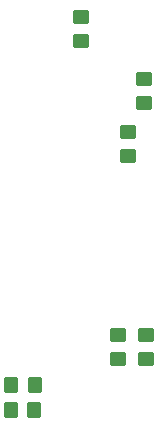
<source format=gbr>
%TF.GenerationSoftware,KiCad,Pcbnew,(6.0.2)*%
%TF.CreationDate,2024-04-09T06:49:27+01:00*%
%TF.ProjectId,amigaps2 revision1.7,616d6967-6170-4733-9220-726576697369,rev?*%
%TF.SameCoordinates,Original*%
%TF.FileFunction,Paste,Top*%
%TF.FilePolarity,Positive*%
%FSLAX46Y46*%
G04 Gerber Fmt 4.6, Leading zero omitted, Abs format (unit mm)*
G04 Created by KiCad (PCBNEW (6.0.2)) date 2024-04-09 06:49:27*
%MOMM*%
%LPD*%
G01*
G04 APERTURE LIST*
G04 Aperture macros list*
%AMRoundRect*
0 Rectangle with rounded corners*
0 $1 Rounding radius*
0 $2 $3 $4 $5 $6 $7 $8 $9 X,Y pos of 4 corners*
0 Add a 4 corners polygon primitive as box body*
4,1,4,$2,$3,$4,$5,$6,$7,$8,$9,$2,$3,0*
0 Add four circle primitives for the rounded corners*
1,1,$1+$1,$2,$3*
1,1,$1+$1,$4,$5*
1,1,$1+$1,$6,$7*
1,1,$1+$1,$8,$9*
0 Add four rect primitives between the rounded corners*
20,1,$1+$1,$2,$3,$4,$5,0*
20,1,$1+$1,$4,$5,$6,$7,0*
20,1,$1+$1,$6,$7,$8,$9,0*
20,1,$1+$1,$8,$9,$2,$3,0*%
G04 Aperture macros list end*
%ADD10RoundRect,0.250000X-0.350000X-0.450000X0.350000X-0.450000X0.350000X0.450000X-0.350000X0.450000X0*%
%ADD11RoundRect,0.250000X0.450000X-0.350000X0.450000X0.350000X-0.450000X0.350000X-0.450000X-0.350000X0*%
%ADD12RoundRect,0.250000X-0.450000X0.350000X-0.450000X-0.350000X0.450000X-0.350000X0.450000X0.350000X0*%
G04 APERTURE END LIST*
D10*
%TO.C,10k*%
X162550000Y-107860000D03*
X164550000Y-107860000D03*
%TD*%
D11*
%TO.C,10k*%
X168450000Y-76660000D03*
X168450000Y-74660000D03*
%TD*%
D10*
%TO.C,10k*%
X162560000Y-105800000D03*
X164560000Y-105800000D03*
%TD*%
D11*
%TO.C,100k*%
X173810000Y-81900000D03*
X173810000Y-79900000D03*
%TD*%
%TO.C,100k*%
X172450000Y-86400000D03*
X172450000Y-84400000D03*
%TD*%
D12*
%TO.C,100k*%
X173960000Y-101560000D03*
X173960000Y-103560000D03*
%TD*%
%TO.C,100k*%
X171650000Y-101540000D03*
X171650000Y-103540000D03*
%TD*%
M02*

</source>
